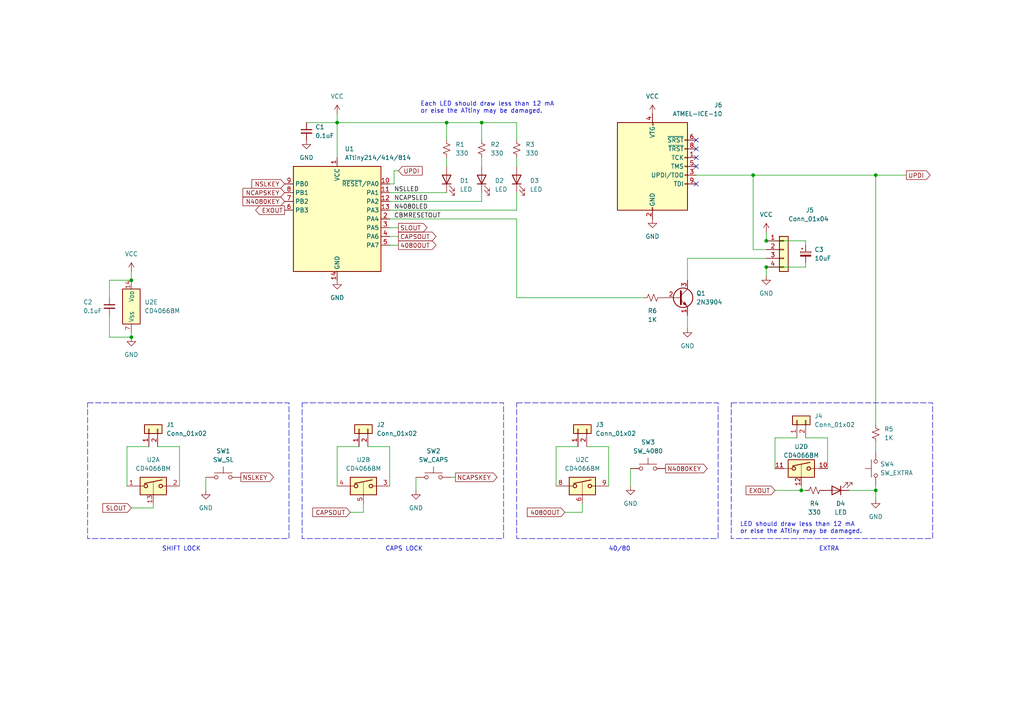
<source format=kicad_sch>
(kicad_sch (version 20230121) (generator eeschema)
  (paper "A4")
  (lib_symbols
    (symbol "Analog_Switch:CD4066BM"
      (property "Reference" "U" (at -5.08 3.81 0))
      (property "Value" "CD4066BM" (at 7.62 3.81 0))
      (symbol "CD4066BM_1_1"
        (rectangle (start -3.81 2.54) (end 3.81 -2.54) (stroke (width 0.254)) (fill (type background)))
        (circle (center -2.159 0) (radius 0.508) (stroke (width 0.254)))
        (polyline (pts (xy -5.08 0) (xy -2.794 0)))
        (polyline (pts (xy -2.54 0.762) (xy 2.54 1.778)) (stroke (width 0.254)))
        (polyline (pts (xy 0 -2.54) (xy 0 -2.032)))
        (polyline (pts (xy 0 -1.778) (xy 0 -1.524)))
        (polyline (pts (xy 0 -1.27) (xy 0 -1.016)))
        (polyline (pts (xy 0 -0.762) (xy 0 -0.508)))
        (polyline (pts (xy 0 -0.254) (xy 0 0)))
        (polyline (pts (xy 0 0.254) (xy 0 0.508)))
        (polyline (pts (xy 0 0.762) (xy 0 1.016)))
        (polyline (pts (xy 5.08 0) (xy 2.794 0)))
        (circle (center 2.159 0) (radius 0.508) (stroke (width 0.254)))
        (pin bidirectional line (at -7.62 0 0) (length 2.54) (name "~") (number "1"))
        (pin input line (at 0 -5.08 90) (length 2.54) (name "~") (number "13"))
        (pin bidirectional line (at 7.62 0 180) (length 2.54) (name "~") (number "2"))
      )
      (symbol "CD4066BM_2_1"
        (rectangle (start -3.81 2.54) (end 3.81 -2.54) (stroke (width 0.254)) (fill (type background)))
        (circle (center -2.159 0) (radius 0.508) (stroke (width 0.254)))
        (polyline (pts (xy -5.08 0) (xy -2.794 0)))
        (polyline (pts (xy -2.54 0.762) (xy 2.54 1.778)) (stroke (width 0.254)))
        (polyline (pts (xy 0 -2.54) (xy 0 -2.032)))
        (polyline (pts (xy 0 -1.778) (xy 0 -1.524)))
        (polyline (pts (xy 0 -1.27) (xy 0 -1.016)))
        (polyline (pts (xy 0 -0.762) (xy 0 -0.508)))
        (polyline (pts (xy 0 -0.254) (xy 0 0)))
        (polyline (pts (xy 0 0.254) (xy 0 0.508)))
        (polyline (pts (xy 0 0.762) (xy 0 1.016)))
        (polyline (pts (xy 5.08 0) (xy 2.794 0)))
        (circle (center 2.159 0) (radius 0.508) (stroke (width 0.254)))
        (pin bidirectional line (at 7.62 0 180) (length 2.54) (name "~") (number "3"))
        (pin bidirectional line (at -7.62 0 0) (length 2.54) (name "~") (number "4"))
        (pin input line (at 0 -5.08 90) (length 2.54) (name "~") (number "5"))
      )
      (symbol "CD4066BM_3_1"
        (rectangle (start -3.81 2.54) (end 3.81 -2.54) (stroke (width 0.254)) (fill (type background)))
        (circle (center -2.159 0) (radius 0.508) (stroke (width 0.254)))
        (polyline (pts (xy -5.08 0) (xy -2.794 0)))
        (polyline (pts (xy -2.54 0.762) (xy 2.54 1.778)) (stroke (width 0.254)))
        (polyline (pts (xy 0 -2.54) (xy 0 -2.032)))
        (polyline (pts (xy 0 -1.778) (xy 0 -1.524)))
        (polyline (pts (xy 0 -1.27) (xy 0 -1.016)))
        (polyline (pts (xy 0 -0.762) (xy 0 -0.508)))
        (polyline (pts (xy 0 -0.254) (xy 0 0)))
        (polyline (pts (xy 0 0.254) (xy 0 0.508)))
        (polyline (pts (xy 0 0.762) (xy 0 1.016)))
        (polyline (pts (xy 5.08 0) (xy 2.794 0)))
        (circle (center 2.159 0) (radius 0.508) (stroke (width 0.254)))
        (pin input line (at 0 -5.08 90) (length 2.54) (name "~") (number "6"))
        (pin bidirectional line (at -7.62 0 0) (length 2.54) (name "~") (number "8"))
        (pin bidirectional line (at 7.62 0 180) (length 2.54) (name "~") (number "9"))
      )
      (symbol "CD4066BM_4_1"
        (rectangle (start -3.81 2.54) (end 3.81 -2.54) (stroke (width 0.254)) (fill (type background)))
        (circle (center -2.159 0) (radius 0.508) (stroke (width 0.254)))
        (polyline (pts (xy -5.08 0) (xy -2.794 0)))
        (polyline (pts (xy -2.54 0.762) (xy 2.54 1.778)) (stroke (width 0.254)))
        (polyline (pts (xy 0 -2.54) (xy 0 -2.032)))
        (polyline (pts (xy 0 -1.778) (xy 0 -1.524)))
        (polyline (pts (xy 0 -1.27) (xy 0 -1.016)))
        (polyline (pts (xy 0 -0.762) (xy 0 -0.508)))
        (polyline (pts (xy 0 -0.254) (xy 0 0)))
        (polyline (pts (xy 0 0.254) (xy 0 0.508)))
        (polyline (pts (xy 0 0.762) (xy 0 1.016)))
        (polyline (pts (xy 5.08 0) (xy 2.794 0)))
        (circle (center 2.159 0) (radius 0.508) (stroke (width 0.254)))
        (pin bidirectional line (at 7.62 0 180) (length 2.54) (name "~") (number "10"))
        (pin bidirectional line (at -7.62 0 0) (length 2.54) (name "~") (number "11"))
        (pin input line (at 0 -5.08 90) (length 2.54) (name "~") (number "12"))
      )
      (symbol "CD4066BM_5_1"
        (rectangle (start -2.54 5.08) (end 2.54 -5.08) (stroke (width 0.254)) (fill (type background)))
        (pin power_in line (at 0 7.62 270) (length 2.54) (name "V_{DD}") (number "14"))
        (pin power_in line (at 0 -7.62 90) (length 2.54) (name "V_{SS}") (number "7"))
      )
    )
    (symbol "Connector_Generic:Conn_01x02" (pin_names (offset 1.016) hide)
      (property "Reference" "J" (at 0 2.54 0))
      (property "Value" "Conn_01x02" (at 0 -5.08 0))
      (symbol "Conn_01x02_1_1"
        (rectangle (start -1.27 -2.413) (end 0 -2.667) (stroke (width 0.1524)))
        (rectangle (start -1.27 0.127) (end 0 -0.127) (stroke (width 0.1524)))
        (rectangle (start -1.27 1.27) (end 1.27 -3.81) (stroke (width 0.254)) (fill (type background)))
        (pin passive line (at -5.08 0 0) (length 3.81) (name "Pin_1") (number "1"))
        (pin passive line (at -5.08 -2.54 0) (length 3.81) (name "Pin_2") (number "2"))
      )
    )
    (symbol "Connector_Generic:Conn_01x04" (pin_names (offset 1.016) hide)
      (property "Reference" "J" (at 0 5.08 0))
      (property "Value" "Conn_01x04" (at 0 -7.62 0))
      (symbol "Conn_01x04_1_1"
        (rectangle (start -1.27 -4.953) (end 0 -5.207) (stroke (width 0.1524)))
        (rectangle (start -1.27 -2.413) (end 0 -2.667) (stroke (width 0.1524)))
        (rectangle (start -1.27 0.127) (end 0 -0.127) (stroke (width 0.1524)))
        (rectangle (start -1.27 2.667) (end 0 2.413) (stroke (width 0.1524)))
        (rectangle (start -1.27 3.81) (end 1.27 -6.35) (stroke (width 0.254)) (fill (type background)))
        (pin passive line (at -5.08 2.54 0) (length 3.81) (name "Pin_1") (number "1"))
        (pin passive line (at -5.08 0 0) (length 3.81) (name "Pin_2") (number "2"))
        (pin passive line (at -5.08 -2.54 0) (length 3.81) (name "Pin_3") (number "3"))
        (pin passive line (at -5.08 -5.08 0) (length 3.81) (name "Pin_4") (number "4"))
      )
    )
    (symbol "Device:C_Polarized_Small" (pin_numbers hide) (pin_names (offset 0.254) hide)
      (property "Reference" "C" (at 0.254 1.778 0))
      (property "Value" "C_Polarized_Small" (at 0.254 -2.032 0))
      (symbol "C_Polarized_Small_0_1"
        (rectangle (start -1.524 -0.3048) (end 1.524 -0.6858) (fill (type outline)))
        (rectangle (start -1.524 0.6858) (end 1.524 0.3048))
        (polyline (pts (xy -1.27 1.524) (xy -0.762 1.524)))
        (polyline (pts (xy -1.016 1.27) (xy -1.016 1.778)))
      )
      (symbol "C_Polarized_Small_1_1"
        (pin passive line (at 0 2.54 270) (length 1.8542) (name "~") (number "1"))
        (pin passive line (at 0 -2.54 90) (length 1.8542) (name "~") (number "2"))
      )
    )
    (symbol "Device:C_Small" (pin_numbers hide) (pin_names (offset 0.254) hide)
      (property "Reference" "C" (at 0.254 1.778 0))
      (property "Value" "C_Small" (at 0.254 -2.032 0))
      (symbol "C_Small_0_1"
        (polyline (pts (xy -1.524 -0.508) (xy 1.524 -0.508)) (stroke (width 0.3302)))
        (polyline (pts (xy -1.524 0.508) (xy 1.524 0.508)) (stroke (width 0.3048)))
      )
      (symbol "C_Small_1_1"
        (pin passive line (at 0 2.54 270) (length 2.032) (name "~") (number "1"))
        (pin passive line (at 0 -2.54 90) (length 2.032) (name "~") (number "2"))
      )
    )
    (symbol "Device:LED" (pin_numbers hide) (pin_names (offset 1.016) hide)
      (property "Reference" "D" (at 0 2.54 0))
      (property "Value" "LED" (at 0 -2.54 0))
      (symbol "LED_0_1"
        (polyline (pts (xy -1.27 -1.27) (xy -1.27 1.27)) (stroke (width 0.254)))
        (polyline (pts (xy -1.27 0) (xy 1.27 0)))
        (polyline (pts (xy 1.27 -1.27) (xy 1.27 1.27) (xy -1.27 0) (xy 1.27 -1.27)) (stroke (width 0.254)))
        (polyline (pts (xy -3.048 -0.762) (xy -4.572 -2.286) (xy -3.81 -2.286) (xy -4.572 -2.286) (xy -4.572 -1.524)))
        (polyline (pts (xy -1.778 -0.762) (xy -3.302 -2.286) (xy -2.54 -2.286) (xy -3.302 -2.286) (xy -3.302 -1.524)))
      )
      (symbol "LED_1_1"
        (pin passive line (at -3.81 0 0) (length 2.54) (name "K") (number "1"))
        (pin passive line (at 3.81 0 180) (length 2.54) (name "A") (number "2"))
      )
    )
    (symbol "Device:R_Small_US" (pin_numbers hide) (pin_names (offset 0.254) hide)
      (property "Reference" "R" (at 0.762 0.508 0))
      (property "Value" "R_Small_US" (at 0.762 -1.016 0))
      (symbol "R_Small_US_1_1"
        (polyline (pts (xy 0 0) (xy 1.016 -0.381) (xy 0 -0.762) (xy -1.016 -1.143) (xy 0 -1.524)))
        (polyline (pts (xy 0 1.524) (xy 1.016 1.143) (xy 0 0.762) (xy -1.016 0.381) (xy 0 0)))
        (pin passive line (at 0 2.54 270) (length 1.016) (name "~") (number "1"))
        (pin passive line (at 0 -2.54 90) (length 1.016) (name "~") (number "2"))
      )
    )
    (symbol "MCU_Microchip_ATtiny:ATtiny214-SS"
      (property "Reference" "U" (at -12.7 16.51 0))
      (property "Value" "ATtiny214-SS" (at 2.54 -16.51 0))
      (symbol "ATtiny214-SS_0_1"
        (rectangle (start -12.7 -15.24) (end 12.7 15.24) (stroke (width 0.254)) (fill (type background)))
      )
      (symbol "ATtiny214-SS_1_1"
        (pin power_in line (at 0 17.78 270) (length 2.54) (name "VCC") (number "1"))
        (pin bidirectional line (at 15.24 10.16 180) (length 2.54) (name "~{RESET}/PA0") (number "10"))
        (pin bidirectional line (at 15.24 7.62 180) (length 2.54) (name "PA1") (number "11"))
        (pin bidirectional line (at 15.24 5.08 180) (length 2.54) (name "PA2") (number "12"))
        (pin bidirectional line (at 15.24 2.54 180) (length 2.54) (name "PA3") (number "13"))
        (pin power_in line (at 0 -17.78 90) (length 2.54) (name "GND") (number "14"))
        (pin bidirectional line (at 15.24 0 180) (length 2.54) (name "PA4") (number "2"))
        (pin bidirectional line (at 15.24 -2.54 180) (length 2.54) (name "PA5") (number "3"))
        (pin bidirectional line (at 15.24 -5.08 180) (length 2.54) (name "PA6") (number "4"))
        (pin bidirectional line (at 15.24 -7.62 180) (length 2.54) (name "PA7") (number "5"))
        (pin bidirectional line (at -15.24 2.54 0) (length 2.54) (name "PB3") (number "6"))
        (pin bidirectional line (at -15.24 5.08 0) (length 2.54) (name "PB2") (number "7"))
        (pin bidirectional line (at -15.24 7.62 0) (length 2.54) (name "PB1") (number "8"))
        (pin bidirectional line (at -15.24 10.16 0) (length 2.54) (name "PB0") (number "9"))
      )
    )
    (symbol "Switch:SW_Push" (pin_numbers hide) (pin_names (offset 1.016) hide)
      (property "Reference" "SW" (at 1.27 2.54 0))
      (property "Value" "SW_Push" (at 0 -1.524 0))
      (symbol "SW_Push_0_1"
        (circle (center -2.032 0) (radius 0.508))
        (polyline (pts (xy 0 1.27) (xy 0 3.048)))
        (polyline (pts (xy 2.54 1.27) (xy -2.54 1.27)))
        (circle (center 2.032 0) (radius 0.508))
        (pin passive line (at -5.08 0 0) (length 2.54) (name "1") (number "1"))
        (pin passive line (at 5.08 0 180) (length 2.54) (name "2") (number "2"))
      )
    )
    (symbol "Transistor_BJT:2N3904" (pin_names (offset 0) hide)
      (property "Reference" "Q" (at 5.08 1.905 0))
      (property "Value" "2N3904" (at 5.08 0 0))
      (symbol "2N3904_0_1"
        (polyline (pts (xy 0.635 0.635) (xy 2.54 2.54)))
        (polyline (pts (xy 0.635 -0.635) (xy 2.54 -2.54) (xy 2.54 -2.54)))
        (polyline (pts (xy 0.635 1.905) (xy 0.635 -1.905) (xy 0.635 -1.905)) (stroke (width 0.508)))
        (polyline (pts (xy 1.27 -1.778) (xy 1.778 -1.27) (xy 2.286 -2.286) (xy 1.27 -1.778) (xy 1.27 -1.778)) (fill (type outline)))
        (circle (center 1.27 0) (radius 2.8194) (stroke (width 0.254)))
      )
      (symbol "2N3904_1_1"
        (pin passive line (at 2.54 -5.08 90) (length 2.54) (name "E") (number "1"))
        (pin passive line (at -5.08 0 0) (length 5.715) (name "B") (number "2"))
        (pin passive line (at 2.54 5.08 270) (length 2.54) (name "C") (number "3"))
      )
    )
    (symbol "mxlock:ATMEL-ICE-10" (pin_names (offset 1.016))
      (property "Reference" "J" (at -8.89 13.97 0))
      (property "Value" "ATMEL-ICE-10" (at 1.27 13.97 0))
      (symbol "ATMEL-ICE-10_0_1"
        (rectangle (start -10.16 12.7) (end 10.16 -12.7) (stroke (width 0.254)) (fill (type background)))
        (rectangle (start -0.127 -11.938) (end 0.127 -12.7))
        (rectangle (start 0 12.7) (end 0.254 11.938))
        (rectangle (start 10.16 -4.953) (end 9.398 -5.207))
        (rectangle (start 10.16 -2.413) (end 9.398 -2.667))
        (rectangle (start 10.16 0.127) (end 9.398 -0.127))
        (rectangle (start 10.16 2.667) (end 9.398 2.413))
        (rectangle (start 10.16 5.207) (end 9.398 4.953))
        (rectangle (start 10.16 7.747) (end 9.398 7.493))
      )
      (symbol "ATMEL-ICE-10_1_1"
        (pin passive line (at 12.7 2.54 180) (length 2.54) (name "TCK") (number "1"))
        (pin passive line (at 0 -15.24 90) (length 2.54) hide (name "GND") (number "10"))
        (pin passive line (at 0 -15.24 90) (length 2.54) (name "GND") (number "2"))
        (pin passive line (at 12.7 -2.54 180) (length 2.54) (name "UPDI/TDO") (number "3"))
        (pin passive line (at 0 15.24 270) (length 2.54) (name "VTG") (number "4"))
        (pin passive line (at 12.7 0 180) (length 2.54) (name "TMS") (number "5"))
        (pin passive line (at 12.7 7.62 180) (length 2.54) (name "~{SRST}") (number "6"))
        (pin passive line (at 12.7 5.08 180) (length 2.54) (name "~{TRST}") (number "8"))
        (pin passive line (at 12.7 -5.08 180) (length 2.54) (name "TDI") (number "9"))
      )
    )
    (symbol "power:GND" (power) (pin_names (offset 0))
      (property "Value" "GND" (at 0 -3.81 0))
      (symbol "GND_0_1"
        (polyline (pts (xy 0 0) (xy 0 -1.27) (xy 1.27 -1.27) (xy 0 -2.54) (xy -1.27 -1.27) (xy 0 -1.27)))
      )
      (symbol "GND_1_1"
        (pin power_in line (at 0 0 270) (length 0) hide (name "GND") (number "1"))
      )
    )
    (symbol "power:VCC" (power) (pin_names (offset 0))
      (property "Value" "VCC" (at 0 3.81 0))
      (symbol "VCC_0_1"
        (polyline (pts (xy -0.762 1.27) (xy 0 2.54)))
        (polyline (pts (xy 0 0) (xy 0 2.54)))
        (polyline (pts (xy 0 2.54) (xy 0.762 1.27)))
      )
      (symbol "VCC_1_1"
        (pin power_in line (at 0 0 90) (length 0) hide (name "VCC") (number "1"))
      )
    )
  )
  (junction (at 38.1 97.79))
  (junction (at 97.79 35.56))
  (junction (at 222.25 77.47))
  (junction (at 218.44 50.8))
  (junction (at 232.41 142.24))
  (junction (at 254 50.8))
  (junction (at 254 142.24))
  (junction (at 222.25 69.85))
  (junction (at 129.54 35.56))
  (junction (at 38.1 81.28))
  (junction (at 139.7 35.56))
  (no_connect (at 201.93 45.72))
  (no_connect (at 201.93 40.64))
  (no_connect (at 201.93 48.26))
  (no_connect (at 201.93 43.18))
  (no_connect (at 201.93 53.34))
  (wire (pts (xy 97.79 35.56) (xy 129.54 35.56)))
  (wire (pts (xy 224.79 127) (xy 224.79 135.89)))
  (wire (pts (xy 52.07 129.54) (xy 45.72 129.54)))
  (wire (pts (xy 113.03 68.58) (xy 115.57 68.58)))
  (wire (pts (xy 97.79 33.02) (xy 97.79 35.56)))
  (wire (pts (xy 254 142.24) (xy 254 140.97)))
  (wire (pts (xy 224.79 142.24) (xy 232.41 142.24)))
  (wire (pts (xy 233.68 127) (xy 240.03 127)))
  (wire (pts (xy 113.03 63.5) (xy 149.86 63.5)))
  (wire (pts (xy 222.25 67.31) (xy 222.25 69.85)))
  (wire (pts (xy 36.83 140.97) (xy 36.83 129.54)))
  (wire (pts (xy 231.14 127) (xy 224.79 127)))
  (wire (pts (xy 139.7 35.56) (xy 139.7 40.64)))
  (wire (pts (xy 246.38 142.24) (xy 254 142.24)))
  (wire (pts (xy 97.79 129.54) (xy 104.14 129.54)))
  (wire (pts (xy 233.68 69.85) (xy 233.68 71.12)))
  (wire (pts (xy 176.53 129.54) (xy 176.53 140.97)))
  (wire (pts (xy 139.7 58.42) (xy 113.03 58.42)))
  (wire (pts (xy 52.07 140.97) (xy 52.07 129.54)))
  (wire (pts (xy 114.3 49.53) (xy 115.57 49.53)))
  (wire (pts (xy 167.64 129.54) (xy 161.29 129.54)))
  (wire (pts (xy 38.1 78.74) (xy 38.1 81.28)))
  (wire (pts (xy 254 50.8) (xy 262.89 50.8)))
  (wire (pts (xy 139.7 35.56) (xy 149.86 35.56)))
  (wire (pts (xy 233.68 77.47) (xy 233.68 76.2)))
  (wire (pts (xy 240.03 127) (xy 240.03 135.89)))
  (wire (pts (xy 222.25 69.85) (xy 233.68 69.85)))
  (wire (pts (xy 44.45 147.32) (xy 38.1 147.32)))
  (wire (pts (xy 36.83 129.54) (xy 43.18 129.54)))
  (wire (pts (xy 149.86 55.88) (xy 149.86 60.96)))
  (wire (pts (xy 232.41 142.24) (xy 233.68 142.24)))
  (wire (pts (xy 129.54 45.72) (xy 129.54 48.26)))
  (wire (pts (xy 199.39 74.93) (xy 199.39 81.28)))
  (wire (pts (xy 222.25 74.93) (xy 199.39 74.93)))
  (wire (pts (xy 114.3 49.53) (xy 114.3 53.34)))
  (wire (pts (xy 106.68 129.54) (xy 113.03 129.54)))
  (wire (pts (xy 113.03 129.54) (xy 113.03 140.97)))
  (wire (pts (xy 97.79 45.72) (xy 97.79 35.56)))
  (wire (pts (xy 129.54 35.56) (xy 139.7 35.56)))
  (wire (pts (xy 31.75 91.44) (xy 31.75 97.79)))
  (wire (pts (xy 130.81 138.43) (xy 132.08 138.43)))
  (wire (pts (xy 149.86 63.5) (xy 149.86 86.36)))
  (wire (pts (xy 222.25 77.47) (xy 222.25 80.01)))
  (wire (pts (xy 31.75 97.79) (xy 38.1 97.79)))
  (wire (pts (xy 44.45 146.05) (xy 44.45 147.32)))
  (wire (pts (xy 254 144.78) (xy 254 142.24)))
  (wire (pts (xy 120.65 138.43) (xy 120.65 142.24)))
  (wire (pts (xy 105.41 148.59) (xy 105.41 146.05)))
  (wire (pts (xy 101.6 148.59) (xy 105.41 148.59)))
  (wire (pts (xy 218.44 50.8) (xy 254 50.8)))
  (wire (pts (xy 168.91 146.05) (xy 168.91 148.59)))
  (wire (pts (xy 88.9 35.56) (xy 97.79 35.56)))
  (wire (pts (xy 218.44 50.8) (xy 218.44 72.39)))
  (wire (pts (xy 114.3 53.34) (xy 113.03 53.34)))
  (wire (pts (xy 163.83 148.59) (xy 168.91 148.59)))
  (wire (pts (xy 201.93 50.8) (xy 218.44 50.8)))
  (wire (pts (xy 254 50.8) (xy 254 123.19)))
  (wire (pts (xy 113.03 55.88) (xy 129.54 55.88)))
  (wire (pts (xy 139.7 55.88) (xy 139.7 58.42)))
  (wire (pts (xy 161.29 129.54) (xy 161.29 140.97)))
  (wire (pts (xy 254 128.27) (xy 254 130.81)))
  (wire (pts (xy 149.86 45.72) (xy 149.86 48.26)))
  (wire (pts (xy 31.75 81.28) (xy 38.1 81.28)))
  (wire (pts (xy 222.25 77.47) (xy 233.68 77.47)))
  (wire (pts (xy 199.39 91.44) (xy 199.39 95.25)))
  (wire (pts (xy 31.75 86.36) (xy 31.75 81.28)))
  (wire (pts (xy 113.03 66.04) (xy 115.57 66.04)))
  (wire (pts (xy 149.86 86.36) (xy 186.69 86.36)))
  (wire (pts (xy 182.88 135.89) (xy 182.88 140.97)))
  (wire (pts (xy 149.86 60.96) (xy 113.03 60.96)))
  (wire (pts (xy 149.86 35.56) (xy 149.86 40.64)))
  (wire (pts (xy 59.69 138.43) (xy 59.69 142.24)))
  (wire (pts (xy 139.7 45.72) (xy 139.7 48.26)))
  (wire (pts (xy 232.41 142.24) (xy 232.41 140.97)))
  (wire (pts (xy 97.79 140.97) (xy 97.79 129.54)))
  (wire (pts (xy 113.03 71.12) (xy 115.57 71.12)))
  (wire (pts (xy 129.54 35.56) (xy 129.54 40.64)))
  (wire (pts (xy 38.1 96.52) (xy 38.1 97.79)))
  (wire (pts (xy 170.18 129.54) (xy 176.53 129.54)))
  (wire (pts (xy 218.44 72.39) (xy 222.25 72.39)))
  (rectangle (start 212.09 116.84) (end 270.51 156.21) (stroke (width 0) (type dash)))
  (rectangle (start 25.4 116.84) (end 83.82 156.21) (stroke (width 0) (type dash)))
  (rectangle (start 149.86 116.84) (end 208.28 156.21) (stroke (width 0) (type dash)))
  (rectangle (start 87.63 116.84) (end 146.05 156.21) (stroke (width 0) (type dash)))
  (text "SHIFT LOCK" (at 46.99 160.02 0) (effects (font (size 1.27 1.27)) (justify left bottom)))
  (text "Each LED should draw less than 12 mA \nor else the ATtiny may be damaged." (at 121.92 33.02 0) (effects (font (size 1.27 1.27)) (justify left bottom)))
  (text "EXTRA" (at 237.49 160.02 0) (effects (font (size 1.27 1.27)) (justify left bottom)))
  (text "CAPS LOCK" (at 111.76 160.02 0) (effects (font (size 1.27 1.27)) (justify left bottom)))
  (text "LED should draw less than 12 mA \nor else the ATtiny may be damaged." (at 214.63 154.94 0) (effects (font (size 1.27 1.27)) (justify left bottom)))
  (text "40/80" (at 176.53 160.02 0) (effects (font (size 1.27 1.27)) (justify left bottom)))
  (label "N4080LED" (at 114.3 60.96 0))
  (label "CBMRESETOUT" (at 114.3 63.5 0))
  (label "NCAPSLED" (at 114.3 58.42 0))
  (label "NSLLED" (at 114.3 55.88 0))
  (global_label "N4080KEY" (shape output) (at 193.04 135.89 0) (property "Intersheetrefs" "${INTERSHEET_REFS}" (effects hide)))
  (global_label "4080OUT" (shape output) (at 115.57 71.12 0) (property "Intersheetrefs" "${INTERSHEET_REFS}" (effects hide)))
  (global_label "CAPSOUT" (shape input) (at 101.6 148.59 180) (property "Intersheetrefs" "${INTERSHEET_REFS}" (effects hide)))
  (global_label "N4080KEY" (shape input) (at 82.55 58.42 180) (property "Intersheetrefs" "${INTERSHEET_REFS}" (effects hide)))
  (global_label "NSLKEY" (shape output) (at 69.85 138.43 0) (property "Intersheetrefs" "${INTERSHEET_REFS}" (effects hide)))
  (global_label "NCAPSKEY" (shape input) (at 82.55 55.88 180) (property "Intersheetrefs" "${INTERSHEET_REFS}" (effects hide)))
  (global_label "EXOUT" (shape input) (at 224.79 142.24 180) (property "Intersheetrefs" "${INTERSHEET_REFS}" (effects hide)))
  (global_label "4080OUT" (shape input) (at 163.83 148.59 180) (property "Intersheetrefs" "${INTERSHEET_REFS}" (effects hide)))
  (global_label "SLOUT" (shape output) (at 115.57 66.04 0) (property "Intersheetrefs" "${INTERSHEET_REFS}" (effects hide)))
  (global_label "EXOUT" (shape output) (at 82.55 60.96 180) (property "Intersheetrefs" "${INTERSHEET_REFS}" (effects hide)))
  (global_label "SLOUT" (shape input) (at 38.1 147.32 180) (property "Intersheetrefs" "${INTERSHEET_REFS}" (effects hide)))
  (global_label "UPDI" (shape output) (at 262.89 50.8 0) (property "Intersheetrefs" "${INTERSHEET_REFS}" (effects hide)))
  (global_label "NSLKEY" (shape input) (at 82.55 53.34 180) (property "Intersheetrefs" "${INTERSHEET_REFS}" (effects hide)))
  (global_label "NCAPSKEY" (shape output) (at 132.08 138.43 0) (property "Intersheetrefs" "${INTERSHEET_REFS}" (effects hide)))
  (global_label "UPDI" (shape input) (at 115.57 49.53 0) (property "Intersheetrefs" "${INTERSHEET_REFS}" (effects hide)))
  (global_label "CAPSOUT" (shape output) (at 115.57 68.58 0) (property "Intersheetrefs" "${INTERSHEET_REFS}" (effects hide)))
  (symbol (lib_id "power:GND") (at 59.69 142.24 0) (unit 1)
    (property "Reference" "#PWR011" (effects hide))
    (property "Value" "GND" (at 59.69 147.32 0))
  )
  (symbol (lib_id "Analog_Switch:CD4066BM") (at 44.45 140.97 0) (unit 1)
    (property "Reference" "U2" (at 44.45 133.35 0))
    (property "Value" "CD4066BM" (at 44.45 135.89 0))
    (property "Footprint" "Package_SO:SO-14_3.9x8.65mm_P1.27mm" (effects hide))
    (property "Datasheet" "https://www.ti.com/lit/ds/symlink/cd4066b.pdf" (effects hide))
  )
  (symbol (lib_id "power:GND") (at 222.25 80.01 0) (unit 1)
    (property "Reference" "#PWR07" (effects hide))
    (property "Value" "GND" (at 222.25 85.09 0))
  )
  (symbol (lib_id "power:GND") (at 38.1 97.79 0) (unit 1)
    (property "Reference" "#PWR04" (effects hide))
    (property "Value" "GND" (at 38.1 102.87 0))
  )
  (symbol (lib_id "power:GND") (at 199.39 95.25 0) (unit 1)
    (property "Reference" "#PWR013" (effects hide))
    (property "Value" "GND" (at 199.39 100.33 0))
  )
  (symbol (lib_id "Device:LED") (at 139.7 52.07 90) (unit 1)
    (property "Reference" "D2" (at 143.51 52.3875 90) (effects (justify right)))
    (property "Value" "LED" (at 143.51 54.9275 90) (effects (justify right)))
    (property "Footprint" "LED_THT:LED_D5.0mm" (effects hide))
  )
  (symbol (lib_id "power:VCC") (at 222.25 67.31 0) (unit 1)
    (property "Reference" "#PWR08" (effects hide))
    (property "Value" "VCC" (at 222.25 62.23 0))
  )
  (symbol (lib_id "power:VCC") (at 97.79 33.02 0) (unit 1)
    (property "Reference" "#PWR02" (effects hide))
    (property "Value" "VCC" (at 97.79 27.94 0))
  )
  (symbol (lib_id "Device:R_Small_US") (at 189.23 86.36 90) (unit 1)
    (property "Reference" "R6" (at 189.23 90.17 90))
    (property "Value" "1K" (at 189.23 92.71 90))
    (property "Footprint" "Resistor_THT:R_Axial_DIN0204_L3.6mm_D1.6mm_P7.62mm_Horizontal" (effects hide))
  )
  (symbol (lib_id "Analog_Switch:CD4066BM") (at 168.91 140.97 0) (unit 3)
    (property "Reference" "U2" (at 168.91 133.35 0))
    (property "Value" "CD4066BM" (at 168.91 135.89 0))
    (property "Footprint" "Package_SO:SO-14_3.9x8.65mm_P1.27mm" (effects hide))
    (property "Datasheet" "https://www.ti.com/lit/ds/symlink/cd4066b.pdf" (effects hide))
  )
  (symbol (lib_id "MCU_Microchip_ATtiny:ATtiny214-SS") (at 97.79 63.5 0) (unit 1)
    (property "Reference" "U1" (at 99.9841 43.18 0) (effects (justify left)))
    (property "Value" "ATtiny214/414/814" (at 99.9841 45.72 0) (effects (justify left)))
    (property "Footprint" "Package_SO:SOIC-14_3.9x8.7mm_P1.27mm" (effects hide))
    (property "Datasheet" "http://ww1.microchip.com/downloads/en/DeviceDoc/40001912A.pdf" (effects hide))
  )
  (symbol (lib_id "Device:R_Small_US") (at 254 125.73 180) (unit 1)
    (property "Reference" "R5" (at 257.81 124.46 0))
    (property "Value" "1K" (at 257.81 127 0))
    (property "Footprint" "Resistor_THT:R_Axial_DIN0204_L3.6mm_D1.6mm_P7.62mm_Horizontal" (effects hide))
  )
  (symbol (lib_id "Device:R_Small_US") (at 149.86 43.18 0) (unit 1)
    (property "Reference" "R3" (at 152.4 41.91 0) (effects (justify left)))
    (property "Value" "330" (at 152.4 44.45 0) (effects (justify left)))
    (property "Footprint" "Resistor_THT:R_Axial_DIN0204_L3.6mm_D1.6mm_P7.62mm_Horizontal" (effects hide))
  )
  (symbol (lib_id "Device:C_Polarized_Small") (at 233.68 73.66 0) (unit 1)
    (property "Reference" "C3" (at 236.22 72.39 0) (effects (justify left)))
    (property "Value" "10uF" (at 236.22 74.93 0) (effects (justify left)))
    (property "Footprint" "Capacitor_THT:CP_Radial_D6.3mm_P2.50mm" (effects hide))
  )
  (symbol (lib_id "power:GND") (at 182.88 140.97 0) (unit 1)
    (property "Reference" "#PWR09" (effects hide))
    (property "Value" "GND" (at 182.88 146.05 0))
  )
  (symbol (lib_id "power:VCC") (at 189.23 33.02 0) (unit 1)
    (property "Reference" "#PWR05" (effects hide))
    (property "Value" "VCC" (at 189.23 27.94 0))
  )
  (symbol (lib_id "power:GND") (at 254 144.78 0) (unit 1)
    (property "Reference" "#PWR014" (effects hide))
    (property "Value" "GND" (at 254 149.86 0))
  )
  (symbol (lib_id "Switch:SW_Push") (at 187.96 135.89 0) (unit 1)
    (property "Reference" "SW3" (at 187.96 128.27 0))
    (property "Value" "SW_4080" (at 187.96 130.81 0))
    (property "Footprint" "Button_Switch_Keyboard:SW_Cherry_MX_1.00u_PCB" (effects hide))
  )
  (symbol (lib_id "Analog_Switch:CD4066BM") (at 105.41 140.97 0) (unit 2)
    (property "Reference" "U2" (at 105.41 133.35 0))
    (property "Value" "CD4066BM" (at 105.41 135.89 0))
    (property "Footprint" "Package_SO:SO-14_3.9x8.65mm_P1.27mm" (effects hide))
    (property "Datasheet" "https://www.ti.com/lit/ds/symlink/cd4066b.pdf" (effects hide))
  )
  (symbol (lib_id "Switch:SW_Push") (at 125.73 138.43 0) (unit 1)
    (property "Reference" "SW2" (at 125.73 130.81 0))
    (property "Value" "SW_CAPS" (at 125.73 133.35 0))
    (property "Footprint" "Button_Switch_Keyboard:SW_Cherry_MX_1.00u_PCB" (effects hide))
  )
  (symbol (lib_id "mxlock:ATMEL-ICE-10") (at 189.23 48.26 0) (unit 1)
    (property "Reference" "J6" (at 209.55 30.48 0) (effects (justify right)))
    (property "Value" "ATMEL-ICE-10" (at 209.55 33.02 0) (effects (justify right)))
    (property "Footprint" "mxlock:PinHeader_2x05_P1.27mm_Shrouded_Vertical_SMD_Handsolder" (effects hide))
    (property "Datasheet" " ~" (effects hide))
  )
  (symbol (lib_id "power:GND") (at 88.9 40.64 0) (unit 1)
    (property "Reference" "#PWR012" (effects hide))
    (property "Value" "GND" (at 88.9 45.72 0))
  )
  (symbol (lib_id "power:GND") (at 189.23 63.5 0) (unit 1)
    (property "Reference" "#PWR06" (effects hide))
    (property "Value" "GND" (at 189.23 68.58 0))
  )
  (symbol (lib_id "Connector_Generic:Conn_01x02") (at 231.14 121.92 90) (unit 1)
    (property "Reference" "J4" (at 236.22 120.65 90) (effects (justify right)))
    (property "Value" "Conn_01x02" (at 236.22 123.19 90) (effects (justify right)))
    (property "Footprint" "Connector_PinHeader_2.54mm:PinHeader_1x02_P2.54mm_Vertical" (effects hide))
  )
  (symbol (lib_id "power:VCC") (at 38.1 78.74 0) (unit 1)
    (property "Reference" "#PWR03" (effects hide))
    (property "Value" "VCC" (at 38.1 73.66 0))
  )
  (symbol (lib_id "Transistor_BJT:2N3904") (at 196.85 86.36 0) (unit 1)
    (property "Reference" "Q1" (at 201.93 85.09 0) (effects (justify left)))
    (property "Value" "2N3904" (at 201.93 87.63 0) (effects (justify left)))
    (property "Footprint" "Package_TO_SOT_THT:TO-92_HandSolder" (effects hide))
    (property "Datasheet" "https://www.onsemi.com/pub/Collateral/2N3903-D.PDF" (effects hide))
  )
  (symbol (lib_id "Switch:SW_Push") (at 254 135.89 90) (unit 1)
    (property "Reference" "SW4" (at 255.27 134.62 90) (effects (justify right)))
    (property "Value" "SW_EXTRA" (at 255.27 137.16 90) (effects (justify right)))
    (property "Footprint" "Button_Switch_Keyboard:SW_Cherry_MX_1.00u_PCB" (effects hide))
  )
  (symbol (lib_id "Device:C_Small") (at 31.75 88.9 0) (unit 1)
    (property "Reference" "C2" (at 24.13 87.63 0) (effects (justify left)))
    (property "Value" "0.1uF" (at 24.13 90.17 0) (effects (justify left)))
    (property "Footprint" "Capacitor_THT:C_Disc_D5.0mm_W2.5mm_P5.00mm" (effects hide))
  )
  (symbol (lib_id "Device:LED") (at 129.54 52.07 90) (unit 1)
    (property "Reference" "D1" (at 133.35 52.3875 90) (effects (justify right)))
    (property "Value" "LED" (at 133.35 54.9275 90) (effects (justify right)))
    (property "Footprint" "LED_THT:LED_D5.0mm" (effects hide))
  )
  (symbol (lib_id "Connector_Generic:Conn_01x04") (at 227.33 72.39 0) (unit 1)
    (property "Reference" "J5" (at 233.68 60.96 0) (effects (justify left)))
    (property "Value" "Conn_01x04" (at 228.6 63.5 0) (effects (justify left)))
    (property "Footprint" "Connector_PinHeader_2.54mm:PinHeader_1x04_P2.54mm_Vertical" (effects hide))
  )
  (symbol (lib_id "Device:LED") (at 242.57 142.24 180) (unit 1)
    (property "Reference" "D4" (at 243.84 146.05 0))
    (property "Value" "LED" (at 243.84 148.59 0))
    (property "Footprint" "LED_THT:LED_D5.0mm" (effects hide))
  )
  (symbol (lib_id "Device:C_Small") (at 88.9 38.1 0) (unit 1)
    (property "Reference" "C1" (at 91.44 36.8363 0) (effects (justify left)))
    (property "Value" "0.1uF" (at 91.44 39.3763 0) (effects (justify left)))
    (property "Footprint" "Capacitor_THT:C_Disc_D5.0mm_W2.5mm_P5.00mm" (effects hide))
  )
  (symbol (lib_id "power:GND") (at 97.79 81.28 0) (unit 1)
    (property "Reference" "#PWR01" (effects hide))
    (property "Value" "GND" (at 97.79 86.36 0))
  )
  (symbol (lib_id "Device:R_Small_US") (at 129.54 43.18 0) (unit 1)
    (property "Reference" "R1" (at 132.08 41.91 0) (effects (justify left)))
    (property "Value" "330" (at 132.08 44.45 0) (effects (justify left)))
    (property "Footprint" "Resistor_THT:R_Axial_DIN0204_L3.6mm_D1.6mm_P7.62mm_Horizontal" (effects hide))
  )
  (symbol (lib_id "Device:R_Small_US") (at 139.7 43.18 0) (unit 1)
    (property "Reference" "R2" (at 142.24 41.91 0) (effects (justify left)))
    (property "Value" "330" (at 142.24 44.45 0) (effects (justify left)))
    (property "Footprint" "Resistor_THT:R_Axial_DIN0204_L3.6mm_D1.6mm_P7.62mm_Horizontal" (effects hide))
  )
  (symbol (lib_id "Connector_Generic:Conn_01x02") (at 104.14 124.46 90) (unit 1)
    (property "Reference" "J2" (at 109.22 123.19 90) (effects (justify right)))
    (property "Value" "Conn_01x02" (at 109.22 125.73 90) (effects (justify right)))
    (property "Footprint" "Connector_PinHeader_2.54mm:PinHeader_1x02_P2.54mm_Vertical" (effects hide))
  )
  (symbol (lib_id "Switch:SW_Push") (at 64.77 138.43 0) (unit 1)
    (property "Reference" "SW1" (at 64.77 130.81 0))
    (property "Value" "SW_SL" (at 64.77 133.35 0))
    (property "Footprint" "Button_Switch_Keyboard:SW_Cherry_MX_1.00u_PCB" (effects hide))
  )
  (symbol (lib_id "Device:R_Small_US") (at 236.22 142.24 90) (unit 1)
    (property "Reference" "R4" (at 236.22 146.05 90))
    (property "Value" "330" (at 236.22 148.59 90))
    (property "Footprint" "Resistor_THT:R_Axial_DIN0204_L3.6mm_D1.6mm_P7.62mm_Horizontal" (effects hide))
  )
  (symbol (lib_id "Connector_Generic:Conn_01x02") (at 43.18 124.46 90) (unit 1)
    (property "Reference" "J1" (at 48.26 123.19 90) (effects (justify right)))
    (property "Value" "Conn_01x02" (at 48.26 125.73 90) (effects (justify right)))
    (property "Footprint" "Connector_PinHeader_2.54mm:PinHeader_1x02_P2.54mm_Vertical" (effects hide))
  )
  (symbol (lib_id "Device:LED") (at 149.86 52.07 90) (unit 1)
    (property "Reference" "D3" (at 153.67 52.3875 90) (effects (justify right)))
    (property "Value" "LED" (at 153.67 54.9275 90) (effects (justify right)))
    (property "Footprint" "LED_THT:LED_D5.0mm" (effects hide))
  )
  (symbol (lib_id "Connector_Generic:Conn_01x02") (at 167.64 124.46 90) (unit 1)
    (property "Reference" "J3" (at 172.72 123.19 90) (effects (justify right)))
    (property "Value" "Conn_01x02" (at 172.72 125.73 90) (effects (justify right)))
    (property "Footprint" "Connector_PinHeader_2.54mm:PinHeader_1x02_P2.54mm_Vertical" (effects hide))
  )
  (symbol (lib_id "Analog_Switch:CD4066BM") (at 38.1 88.9 0) (unit 5)
    (property "Reference" "U2" (at 41.91 87.63 0) (effects (justify left)))
    (property "Value" "CD4066BM" (at 41.91 90.17 0) (effects (justify left)))
    (property "Footprint" "Package_SO:SO-14_3.9x8.65mm_P1.27mm" (effects hide))
    (property "Datasheet" "https://www.ti.com/lit/ds/symlink/cd4066b.pdf" (effects hide))
  )
  (symbol (lib_id "Analog_Switch:CD4066BM") (at 232.41 135.89 0) (unit 4)
    (property "Reference" "U2" (at 232.41 129.54 0))
    (property "Value" "CD4066BM" (at 232.41 132.08 0))
    (property "Footprint" "Package_SO:SO-14_3.9x8.65mm_P1.27mm" (effects hide))
    (property "Datasheet" "https://www.ti.com/lit/ds/symlink/cd4066b.pdf" (effects hide))
  )
  (symbol (lib_id "power:GND") (at 120.65 142.24 0) (unit 1)
    (property "Reference" "#PWR010" (effects hide))
    (property "Value" "GND" (at 120.65 147.32 0))
  )
)
</source>
